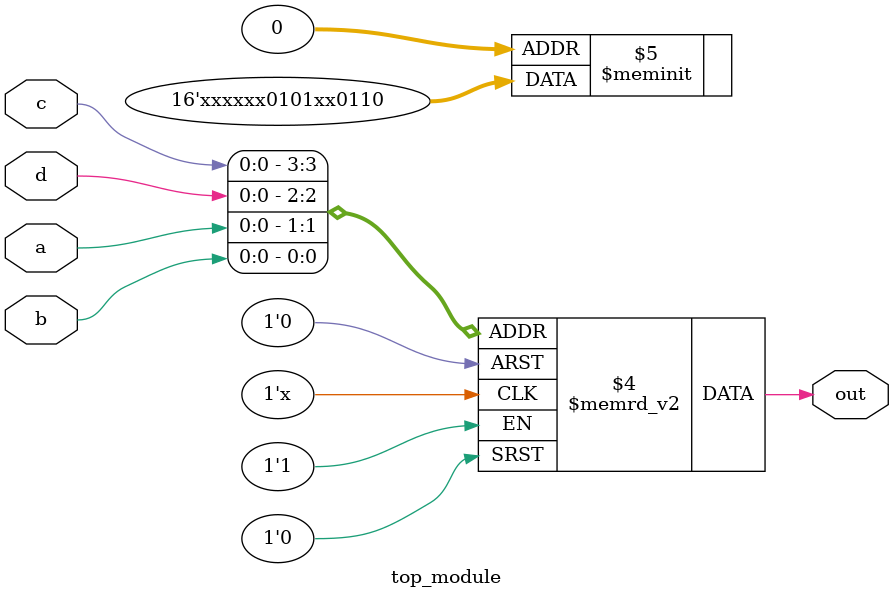
<source format=sv>
module top_module (
    input a, 
    input b,
    input c,
    input d,
    output reg out
);

always @(*) begin
    case ({c, d, a, b})
        4'b0000: out = 1'b0;
        4'b0001: out = 1'b1;
        4'b0011: out = 1'b0;
        4'b0010: out = 1'b1;
        4'b0111: out = 1'b0;
        4'b0110: out = 1'b1;
        4'b1001: out = 1'b0;
        4'b1000: out = 1'b1;
        default: out = 1'bx;
    endcase
end

endmodule

</source>
